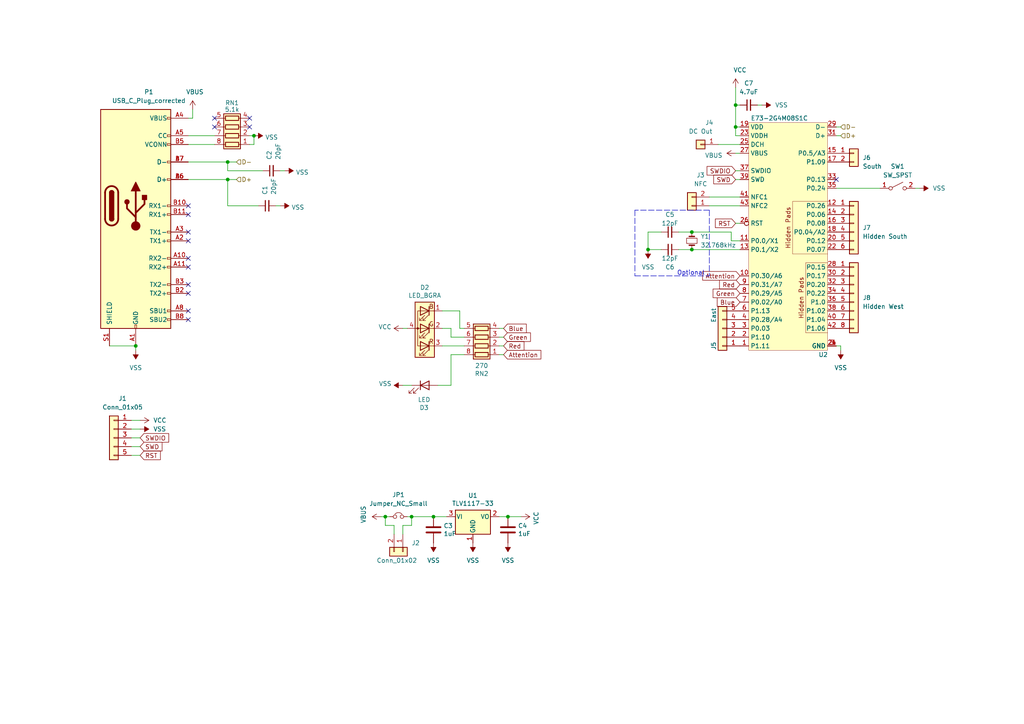
<source format=kicad_sch>
(kicad_sch (version 20210126) (generator eeschema)
  (paper "A4")
  (lib_symbols
    (symbol "BadgePirates:USB_C_Plug_corrected" (pin_names (offset 1.016))
      (property "Reference" "P" (at -10.16 29.21 0))
      (property "Value" "USB_C_Plug_corrected" (at 10.16 29.21 0))
      (symbol "USB_C_Plug_corrected_0_0"
        (rectangle (start -0.254 -35.56) (end 0.254 -34.544))
        (rectangle (start 10.16 -32.766) (end 9.144 -33.274))
        (rectangle (start 10.16 -30.226) (end 9.144 -30.734))
        (rectangle (start 10.16 -25.146) (end 9.144 -25.654))
        (rectangle (start 10.16 -22.606) (end 9.144 -23.114))
        (rectangle (start 10.16 -17.526) (end 9.144 -18.034))
        (rectangle (start 10.16 -14.986) (end 9.144 -15.494))
        (rectangle (start 10.16 -9.906) (end 9.144 -10.414))
        (rectangle (start 10.16 -7.366) (end 9.144 -7.874))
        (rectangle (start 10.16 -2.286) (end 9.144 -2.794))
        (rectangle (start 10.16 0.254) (end 9.144 -0.254))
        (rectangle (start 10.16 7.874) (end 9.144 7.366))
        (rectangle (start 10.16 12.954) (end 9.144 12.446))
        (rectangle (start 10.16 18.034) (end 9.144 17.526))
        (rectangle (start 10.16 20.574) (end 9.144 20.066))
        (rectangle (start 10.16 25.654) (end 9.144 25.146))
      )
      (symbol "USB_C_Plug_corrected_0_1"
        (arc (start -7.62 -3.81) (end -6.35 -3.81) (radius (at -6.985 -3.81) (length 0.635) (angles -179.9 -0.1)) (stroke (width 0.254)) (fill (type outline)))
        (arc (start -8.89 -3.81) (end -5.08 -3.81) (radius (at -6.985 -3.81) (length 1.905) (angles -179.9 -0.1)) (stroke (width 0.508)))
        (arc (start -7.62 -3.81) (end -6.35 -3.81) (radius (at -6.985 -3.81) (length 0.635) (angles -179.9 -0.1)) (stroke (width 0.254)))
        (arc (start -5.08 3.81) (end -8.89 3.81) (radius (at -6.985 3.81) (length 1.905) (angles 0.1 179.9)) (stroke (width 0.508)))
        (arc (start -6.35 3.81) (end -7.62 3.81) (radius (at -6.985 3.81) (length 0.635) (angles 0.1 179.9)) (stroke (width 0.254)) (fill (type outline)))
        (arc (start -6.35 3.81) (end -7.62 3.81) (radius (at -6.985 3.81) (length 0.635) (angles 0.1 179.9)) (stroke (width 0.254)))
        (rectangle (start -10.16 27.94) (end 10.16 -35.56) (stroke (width 0.254)) (fill (type background)))
        (rectangle (start -7.62 -3.81) (end -6.35 3.81) (stroke (width 0.254)) (fill (type outline)))
        (polyline (pts (xy -8.89 -3.81) (xy -8.89 3.81)) (stroke (width 0.508)))
        (polyline (pts (xy -5.08 3.81) (xy -5.08 -3.81)) (stroke (width 0.508)))
      )
      (symbol "USB_C_Plug_corrected_1_1"
        (circle (center -2.54 1.143) (radius 0.635) (stroke (width 0.254)) (fill (type outline)))
        (circle (center 0 -5.842) (radius 1.27) (fill (type outline)))
        (rectangle (start 1.905 1.778) (end 3.175 3.048) (stroke (width 0.254)) (fill (type outline)))
        (polyline (pts (xy 0 -5.842) (xy 0 4.318)) (stroke (width 0.508)))
        (polyline (pts (xy 0 -3.302) (xy -2.54 -0.762) (xy -2.54 0.508)) (stroke (width 0.508)))
        (polyline (pts (xy 0 -2.032) (xy 2.54 0.508) (xy 2.54 1.778)) (stroke (width 0.508)))
        (polyline (pts (xy -1.27 4.318) (xy 0 6.858) (xy 1.27 4.318) (xy -1.27 4.318)) (stroke (width 0.254)) (fill (type outline)))
        (pin passive line (at 0 -40.64 90) (length 5.08) (name "GND") (number "A1"))
        (pin bidirectional line (at 15.24 -15.24 180) (length 5.08) (name "RX2-") (number "A10"))
        (pin bidirectional line (at 15.24 -17.78 180) (length 5.08) (name "RX2+") (number "A11"))
        (pin passive line (at 0 -40.64 90) (length 5.08) hide (name "GND") (number "A12"))
        (pin bidirectional line (at 15.24 -10.16 180) (length 5.08) (name "TX1+") (number "A2"))
        (pin bidirectional line (at 15.24 -7.62 180) (length 5.08) (name "TX1-") (number "A3"))
        (pin passive line (at 15.24 25.4 180) (length 5.08) (name "VBUS") (number "A4"))
        (pin bidirectional line (at 15.24 20.32 180) (length 5.08) (name "CC") (number "A5"))
        (pin bidirectional line (at 15.24 7.62 180) (length 5.08) (name "D+") (number "A6"))
        (pin bidirectional line (at 15.24 12.7 180) (length 5.08) (name "D-") (number "A7"))
        (pin bidirectional line (at 15.24 -30.48 180) (length 5.08) (name "SBU1") (number "A8"))
        (pin passive line (at 15.24 25.4 180) (length 5.08) hide (name "VBUS") (number "A9"))
        (pin passive line (at 0 -40.64 90) (length 5.08) hide (name "GND") (number "B1"))
        (pin bidirectional line (at 15.24 0 180) (length 5.08) (name "RX1-") (number "B10"))
        (pin bidirectional line (at 15.24 -2.54 180) (length 5.08) (name "RX1+") (number "B11"))
        (pin passive line (at 0 -40.64 90) (length 5.08) hide (name "GND") (number "B12"))
        (pin bidirectional line (at 15.24 -25.4 180) (length 5.08) (name "TX2+") (number "B2"))
        (pin bidirectional line (at 15.24 -22.86 180) (length 5.08) (name "TX2-") (number "B3"))
        (pin passive line (at 15.24 25.4 180) (length 5.08) hide (name "VBUS") (number "B4"))
        (pin bidirectional line (at 15.24 17.78 180) (length 5.08) (name "VCONN") (number "B5"))
        (pin bidirectional line (at 15.24 -33.02 180) (length 5.08) (name "SBU2") (number "B8"))
        (pin passive line (at 15.24 25.4 180) (length 5.08) hide (name "VBUS") (number "B9"))
        (pin passive line (at -7.62 -40.64 90) (length 5.08) (name "SHIELD") (number "S1"))
        (pin bidirectional line (at 15.24 7.62 180) (length 5.08) (name "D+") (number "B6"))
        (pin bidirectional line (at 15.24 12.7 180) (length 5.08) (name "D-") (number "B7"))
      )
    )
    (symbol "Connector_Generic:Conn_01x01" (pin_names (offset 1.016) hide)
      (property "Reference" "J" (at 0 2.54 0))
      (property "Value" "Conn_01x01" (at 0 -2.54 0))
      (symbol "Conn_01x01_1_1"
        (rectangle (start -1.27 0.127) (end 0 -0.127) (stroke (width 0.1524)))
        (rectangle (start -1.27 1.27) (end 1.27 -1.27) (stroke (width 0.254)) (fill (type background)))
        (pin passive line (at -5.08 0 0) (length 3.81) (name "Pin_1") (number "1"))
      )
    )
    (symbol "Connector_Generic:Conn_01x02" (pin_names (offset 1.016) hide)
      (property "Reference" "J" (at 0 2.54 0))
      (property "Value" "Conn_01x02" (at 0 -5.08 0))
      (symbol "Conn_01x02_1_1"
        (rectangle (start -1.27 -2.413) (end 0 -2.667) (stroke (width 0.1524)))
        (rectangle (start -1.27 0.127) (end 0 -0.127) (stroke (width 0.1524)))
        (rectangle (start -1.27 1.27) (end 1.27 -3.81) (stroke (width 0.254)) (fill (type background)))
        (pin passive line (at -5.08 0 0) (length 3.81) (name "Pin_1") (number "1"))
        (pin passive line (at -5.08 -2.54 0) (length 3.81) (name "Pin_2") (number "2"))
      )
    )
    (symbol "Connector_Generic:Conn_01x05" (pin_names (offset 1.016) hide)
      (property "Reference" "J" (at 0 7.62 0))
      (property "Value" "Conn_01x05" (at 0 -7.62 0))
      (symbol "Conn_01x05_1_1"
        (rectangle (start -1.27 -4.953) (end 0 -5.207) (stroke (width 0.1524)))
        (rectangle (start -1.27 -2.413) (end 0 -2.667) (stroke (width 0.1524)))
        (rectangle (start -1.27 2.667) (end 0 2.413) (stroke (width 0.1524)))
        (rectangle (start -1.27 5.207) (end 0 4.953) (stroke (width 0.1524)))
        (rectangle (start -1.27 6.35) (end 1.27 -6.35) (stroke (width 0.254)) (fill (type background)))
        (rectangle (start -1.27 0.127) (end 0 -0.127) (stroke (width 0.1524)))
        (pin passive line (at -5.08 5.08 0) (length 3.81) (name "Pin_1") (number "1"))
        (pin passive line (at -5.08 2.54 0) (length 3.81) (name "Pin_2") (number "2"))
        (pin passive line (at -5.08 0 0) (length 3.81) (name "Pin_3") (number "3"))
        (pin passive line (at -5.08 -2.54 0) (length 3.81) (name "Pin_4") (number "4"))
        (pin passive line (at -5.08 -5.08 0) (length 3.81) (name "Pin_5") (number "5"))
      )
    )
    (symbol "Connector_Generic:Conn_01x06" (pin_names (offset 1.016) hide)
      (property "Reference" "J" (at 0 7.62 0))
      (property "Value" "Conn_01x06" (at 0 -10.16 0))
      (symbol "Conn_01x06_1_1"
        (rectangle (start -1.27 -4.953) (end 0 -5.207) (stroke (width 0.1524)))
        (rectangle (start -1.27 -7.493) (end 0 -7.747) (stroke (width 0.1524)))
        (rectangle (start -1.27 -2.413) (end 0 -2.667) (stroke (width 0.1524)))
        (rectangle (start -1.27 2.667) (end 0 2.413) (stroke (width 0.1524)))
        (rectangle (start -1.27 5.207) (end 0 4.953) (stroke (width 0.1524)))
        (rectangle (start -1.27 6.35) (end 1.27 -8.89) (stroke (width 0.254)) (fill (type background)))
        (rectangle (start -1.27 0.127) (end 0 -0.127) (stroke (width 0.1524)))
        (pin passive line (at -5.08 5.08 0) (length 3.81) (name "Pin_1") (number "1"))
        (pin passive line (at -5.08 2.54 0) (length 3.81) (name "Pin_2") (number "2"))
        (pin passive line (at -5.08 0 0) (length 3.81) (name "Pin_3") (number "3"))
        (pin passive line (at -5.08 -2.54 0) (length 3.81) (name "Pin_4") (number "4"))
        (pin passive line (at -5.08 -5.08 0) (length 3.81) (name "Pin_5") (number "5"))
        (pin passive line (at -5.08 -7.62 0) (length 3.81) (name "Pin_6") (number "6"))
      )
    )
    (symbol "Connector_Generic:Conn_01x08" (pin_names (offset 1.016) hide)
      (property "Reference" "J" (at 0 10.16 0))
      (property "Value" "Conn_01x08" (at 0 -12.7 0))
      (symbol "Conn_01x08_1_1"
        (rectangle (start -1.27 -4.953) (end 0 -5.207) (stroke (width 0.1524)))
        (rectangle (start -1.27 -7.493) (end 0 -7.747) (stroke (width 0.1524)))
        (rectangle (start -1.27 -10.033) (end 0 -10.287) (stroke (width 0.1524)))
        (rectangle (start -1.27 -2.413) (end 0 -2.667) (stroke (width 0.1524)))
        (rectangle (start -1.27 2.667) (end 0 2.413) (stroke (width 0.1524)))
        (rectangle (start -1.27 5.207) (end 0 4.953) (stroke (width 0.1524)))
        (rectangle (start -1.27 7.747) (end 0 7.493) (stroke (width 0.1524)))
        (rectangle (start -1.27 8.89) (end 1.27 -11.43) (stroke (width 0.254)) (fill (type background)))
        (rectangle (start -1.27 0.127) (end 0 -0.127) (stroke (width 0.1524)))
        (pin passive line (at -5.08 7.62 0) (length 3.81) (name "Pin_1") (number "1"))
        (pin passive line (at -5.08 5.08 0) (length 3.81) (name "Pin_2") (number "2"))
        (pin passive line (at -5.08 2.54 0) (length 3.81) (name "Pin_3") (number "3"))
        (pin passive line (at -5.08 0 0) (length 3.81) (name "Pin_4") (number "4"))
        (pin passive line (at -5.08 -2.54 0) (length 3.81) (name "Pin_5") (number "5"))
        (pin passive line (at -5.08 -5.08 0) (length 3.81) (name "Pin_6") (number "6"))
        (pin passive line (at -5.08 -7.62 0) (length 3.81) (name "Pin_7") (number "7"))
        (pin passive line (at -5.08 -10.16 0) (length 3.81) (name "Pin_8") (number "8"))
      )
    )
    (symbol "Device:C" (pin_numbers hide) (pin_names (offset 0.254))
      (property "Reference" "C" (at 0.635 2.54 0))
      (property "Value" "C" (at 0.635 -2.54 0))
      (symbol "C_0_1"
        (polyline (pts (xy -2.032 -0.762) (xy 2.032 -0.762)) (stroke (width 0.508)))
        (polyline (pts (xy -2.032 0.762) (xy 2.032 0.762)) (stroke (width 0.508)))
      )
      (symbol "C_1_1"
        (pin passive line (at 0 3.81 270) (length 2.794) (name "~") (number "1"))
        (pin passive line (at 0 -3.81 90) (length 2.794) (name "~") (number "2"))
      )
    )
    (symbol "Device:C_Small" (pin_numbers hide) (pin_names (offset 0.254) hide)
      (property "Reference" "C" (at 0.254 1.778 0))
      (property "Value" "C_Small" (at 0.254 -2.032 0))
      (symbol "C_Small_0_1"
        (polyline (pts (xy -1.524 -0.508) (xy 1.524 -0.508)) (stroke (width 0.3302)))
        (polyline (pts (xy -1.524 0.508) (xy 1.524 0.508)) (stroke (width 0.3048)))
      )
      (symbol "C_Small_1_1"
        (pin passive line (at 0 2.54 270) (length 2.032) (name "~") (number "1"))
        (pin passive line (at 0 -2.54 90) (length 2.032) (name "~") (number "2"))
      )
    )
    (symbol "Device:Crystal_Small" (pin_numbers hide) (pin_names (offset 1.016) hide)
      (property "Reference" "Y" (at 0 2.54 0))
      (property "Value" "Crystal_Small" (at 0 -2.54 0))
      (symbol "Crystal_Small_0_1"
        (rectangle (start -0.762 -1.524) (end 0.762 1.524))
        (polyline (pts (xy -1.27 -0.762) (xy -1.27 0.762)) (stroke (width 0.381)))
        (polyline (pts (xy 1.27 -0.762) (xy 1.27 0.762)) (stroke (width 0.381)))
      )
      (symbol "Crystal_Small_1_1"
        (pin passive line (at -2.54 0 0) (length 1.27) (name "1") (number "1"))
        (pin passive line (at 2.54 0 180) (length 1.27) (name "2") (number "2"))
      )
    )
    (symbol "Device:Jumper_NC_Small" (pin_numbers hide) (pin_names (offset 0.762) hide)
      (property "Reference" "JP" (at 0 2.032 0))
      (property "Value" "Jumper_NC_Small" (at 0.254 -1.524 0))
      (symbol "Jumper_NC_Small_0_1"
        (arc (start 1.016 0.762) (end -1.016 0.762) (radius (at 0 -0.254) (length 1.4478) (angles 45 135)))
        (circle (center -1.016 0) (radius 0.508))
        (circle (center 1.016 0) (radius 0.508))
        (pin passive line (at -2.54 0 0) (length 1.016) (name "1") (number "1"))
        (pin passive line (at 2.54 0 180) (length 1.016) (name "2") (number "2"))
      )
    )
    (symbol "Device:LED" (pin_numbers hide) (pin_names (offset 1.016) hide)
      (property "Reference" "D" (at 0 2.54 0))
      (property "Value" "LED" (at 0 -2.54 0))
      (symbol "LED_0_1"
        (polyline (pts (xy -1.27 -1.27) (xy -1.27 1.27)) (stroke (width 0.254)))
        (polyline (pts (xy -1.27 0) (xy 1.27 0)))
        (polyline (pts (xy 1.27 -1.27) (xy 1.27 1.27) (xy -1.27 0) (xy 1.27 -1.27)) (stroke (width 0.254)))
        (polyline (pts (xy -3.048 -0.762) (xy -4.572 -2.286) (xy -3.81 -2.286) (xy -4.572 -2.286) (xy -4.572 -1.524)))
        (polyline (pts (xy -1.778 -0.762) (xy -3.302 -2.286) (xy -2.54 -2.286) (xy -3.302 -2.286) (xy -3.302 -1.524)))
      )
      (symbol "LED_1_1"
        (pin passive line (at -3.81 0 0) (length 2.54) (name "K") (number "1"))
        (pin passive line (at 3.81 0 180) (length 2.54) (name "A") (number "2"))
      )
    )
    (symbol "Device:LED_BGRA" (pin_names (offset 0) hide)
      (property "Reference" "D" (at 0 9.398 0))
      (property "Value" "LED_BGRA" (at 0 -8.89 0))
      (symbol "LED_BGRA_0_0"
        (text "B" (at -1.905 -6.35 0) (effects (font (size 1.27 1.27))))
        (text "G" (at -1.905 -1.27 0) (effects (font (size 1.27 1.27))))
        (text "R" (at -1.905 3.81 0) (effects (font (size 1.27 1.27))))
      )
      (symbol "LED_BGRA_0_1"
        (circle (center 2.032 0) (radius 0.254) (fill (type outline)))
        (rectangle (start 1.27 -1.27) (end 1.27 1.27))
        (rectangle (start 1.27 1.27) (end 1.27 1.27))
        (rectangle (start 1.27 3.81) (end 1.27 6.35))
        (rectangle (start 1.27 6.35) (end 1.27 6.35))
        (rectangle (start 2.794 8.382) (end -2.794 -7.62) (stroke (width 0.254)) (fill (type background)))
        (polyline (pts (xy -1.27 -5.08) (xy -2.54 -5.08)))
        (polyline (pts (xy -1.27 -5.08) (xy 1.27 -5.08)))
        (polyline (pts (xy -1.27 -3.81) (xy -1.27 -6.35)) (stroke (width 0.254)))
        (polyline (pts (xy -1.27 0) (xy -2.54 0)))
        (polyline (pts (xy -1.27 1.27) (xy -1.27 -1.27)) (stroke (width 0.254)))
        (polyline (pts (xy -1.27 5.08) (xy -2.54 5.08)))
        (polyline (pts (xy -1.27 5.08) (xy 1.27 5.08)))
        (polyline (pts (xy -1.27 6.35) (xy -1.27 3.81)) (stroke (width 0.254)))
        (polyline (pts (xy 1.27 0) (xy -1.27 0)))
        (polyline (pts (xy 1.27 0) (xy 2.54 0)))
        (polyline (pts (xy -1.27 1.27) (xy -1.27 -1.27) (xy -1.27 -1.27)))
        (polyline (pts (xy -1.27 6.35) (xy -1.27 3.81) (xy -1.27 3.81)))
        (polyline (pts (xy 1.27 -5.08) (xy 2.032 -5.08) (xy 2.032 5.08) (xy 1.27 5.08)))
        (polyline (pts (xy 1.27 -3.81) (xy 1.27 -6.35) (xy -1.27 -5.08) (xy 1.27 -3.81)) (stroke (width 0.254)))
        (polyline (pts (xy 1.27 1.27) (xy 1.27 -1.27) (xy -1.27 0) (xy 1.27 1.27)) (stroke (width 0.254)))
        (polyline (pts (xy 1.27 6.35) (xy 1.27 3.81) (xy -1.27 5.08) (xy 1.27 6.35)) (stroke (width 0.254)))
        (polyline (pts (xy -1.016 -3.81) (xy 0.508 -2.286) (xy -0.254 -2.286) (xy 0.508 -2.286) (xy 0.508 -3.048)))
        (polyline (pts (xy -1.016 1.27) (xy 0.508 2.794) (xy -0.254 2.794) (xy 0.508 2.794) (xy 0.508 2.032)))
        (polyline (pts (xy -1.016 6.35) (xy 0.508 7.874) (xy -0.254 7.874) (xy 0.508 7.874) (xy 0.508 7.112)))
        (polyline (pts (xy 0 -3.81) (xy 1.524 -2.286) (xy 0.762 -2.286) (xy 1.524 -2.286) (xy 1.524 -3.048)))
        (polyline (pts (xy 0 1.27) (xy 1.524 2.794) (xy 0.762 2.794) (xy 1.524 2.794) (xy 1.524 2.032)))
        (polyline (pts (xy 0 6.35) (xy 1.524 7.874) (xy 0.762 7.874) (xy 1.524 7.874) (xy 1.524 7.112)))
      )
      (symbol "LED_BGRA_1_1"
        (pin passive line (at -5.08 -5.08 0) (length 2.54) (name "BK") (number "1"))
        (pin passive line (at -5.08 0 0) (length 2.54) (name "GK") (number "2"))
        (pin passive line (at -5.08 5.08 0) (length 2.54) (name "RK") (number "3"))
        (pin passive line (at 5.08 0 180) (length 2.54) (name "A") (number "4"))
      )
    )
    (symbol "Device:R_Pack04" (pin_names (offset 0) hide)
      (property "Reference" "RN" (at -7.62 0 90))
      (property "Value" "R_Pack04" (at 5.08 0 90))
      (symbol "R_Pack04_0_1"
        (rectangle (start -6.35 -2.413) (end 3.81 2.413) (stroke (width 0.254)) (fill (type background)))
        (rectangle (start -5.715 1.905) (end -4.445 -1.905) (stroke (width 0.254)))
        (rectangle (start -3.175 1.905) (end -1.905 -1.905) (stroke (width 0.254)))
        (rectangle (start -0.635 1.905) (end 0.635 -1.905) (stroke (width 0.254)))
        (rectangle (start 1.905 1.905) (end 3.175 -1.905) (stroke (width 0.254)))
        (polyline (pts (xy -5.08 -2.54) (xy -5.08 -1.905)))
        (polyline (pts (xy -5.08 1.905) (xy -5.08 2.54)))
        (polyline (pts (xy -2.54 -2.54) (xy -2.54 -1.905)))
        (polyline (pts (xy -2.54 1.905) (xy -2.54 2.54)))
        (polyline (pts (xy 0 -2.54) (xy 0 -1.905)))
        (polyline (pts (xy 0 1.905) (xy 0 2.54)))
        (polyline (pts (xy 2.54 -2.54) (xy 2.54 -1.905)))
        (polyline (pts (xy 2.54 1.905) (xy 2.54 2.54)))
      )
      (symbol "R_Pack04_1_1"
        (pin passive line (at -5.08 -5.08 90) (length 2.54) (name "R1.1") (number "1"))
        (pin passive line (at -2.54 -5.08 90) (length 2.54) (name "R2.1") (number "2"))
        (pin passive line (at 0 -5.08 90) (length 2.54) (name "R3.1") (number "3"))
        (pin passive line (at 2.54 -5.08 90) (length 2.54) (name "R4.1") (number "4"))
        (pin passive line (at 2.54 5.08 270) (length 2.54) (name "R4.2") (number "5"))
        (pin passive line (at 0 5.08 270) (length 2.54) (name "R3.2") (number "6"))
        (pin passive line (at -2.54 5.08 270) (length 2.54) (name "R2.2") (number "7"))
        (pin passive line (at -5.08 5.08 270) (length 2.54) (name "R1.2") (number "8"))
      )
    )
    (symbol "E73:E73-2G4M08S1C"
      (property "Reference" "U" (at -19.05 -66.04 0))
      (property "Value" "E73-2G4M08S1C" (at 0 13.97 0))
      (symbol "E73-2G4M08S1C_0_0"
        (text "Hidden Pads" (at 5.08 -38.1 900) (effects (font (size 1.27 1.27))))
        (text "Hidden Pads" (at 1.27 -17.78 900) (effects (font (size 1.27 1.27))))
        (rectangle (start -10.16 12.7) (end 12.7 -53.34) (stroke (width 0.001)) (fill (type background)))
      )
      (symbol "E73-2G4M08S1C_0_1"
        (polyline (pts (xy 12.7 -10.16) (xy 2.54 -10.16) (xy 2.54 -25.4) (xy 12.7 -25.4)) (stroke (width 0.0006)))
        (polyline (pts (xy 12.7 -27.94) (xy 6.35 -27.94) (xy 6.35 -48.26) (xy 12.7 -48.26)) (stroke (width 0.0006)))
      )
      (symbol "E73-2G4M08S1C_1_1"
        (pin input line (at -12.7 11.43 0) (length 2.54) (name "VDD") (number "19"))
        (pin input line (at -12.7 8.89 0) (length 2.54) (name "VDDH") (number "23"))
        (pin output line (at -12.7 6.35 0) (length 2.54) (name "DCH") (number "25"))
        (pin input line (at -12.7 3.81 0) (length 2.54) (name "VBUS") (number "27"))
        (pin input line (at 15.24 11.43 180) (length 2.54) (name "D-") (number "29"))
        (pin input line (at 15.24 8.89 180) (length 2.54) (name "D+") (number "31"))
        (pin input line (at -12.7 -1.27 0) (length 2.54) (name "SWDIO") (number "37"))
        (pin input line (at -12.7 -3.81 0) (length 2.54) (name "SWD") (number "39"))
        (pin input line (at -12.7 -8.89 0) (length 2.54) (name "NFC1") (number "41"))
        (pin input line (at -12.7 -11.43 0) (length 2.54) (name "NFC2") (number "43"))
        (pin input line (at -12.7 -52.07 0) (length 2.54) (name "P1.11") (number "1"))
        (pin input line (at -12.7 -49.53 0) (length 2.54) (name "P1.10") (number "2"))
        (pin input line (at -12.7 -46.99 0) (length 2.54) (name "P0.03") (number "3"))
        (pin input line (at -12.7 -44.45 0) (length 2.54) (name "P0.28/A4") (number "4"))
        (pin input line (at -12.7 -41.91 0) (length 2.54) (name "P1.13") (number "6"))
        (pin input line (at -12.7 -39.37 0) (length 2.54) (name "P0.02/A0") (number "7"))
        (pin input line (at -12.7 -36.83 0) (length 2.54) (name "P0.29/A5") (number "8"))
        (pin input line (at -12.7 -34.29 0) (length 2.54) (name "P0.31/A7") (number "9"))
        (pin input line (at -12.7 -31.75 0) (length 2.54) (name "P0.30/A6") (number "10"))
        (pin input line (at -12.7 -21.59 0) (length 2.54) (name "P0.0/X1") (number "11"))
        (pin input line (at 15.24 -11.43 180) (length 2.54) (name "P0.26") (number "12"))
        (pin input line (at -12.7 -24.13 0) (length 2.54) (name "P0.1/X2") (number "13"))
        (pin input line (at 15.24 -13.97 180) (length 2.54) (name "P0.06") (number "14"))
        (pin input line (at 15.24 3.81 180) (length 2.54) (name "P0.5/A3") (number "15"))
        (pin input line (at 15.24 -16.51 180) (length 2.54) (name "P0.08") (number "16"))
        (pin input line (at 15.24 1.27 180) (length 2.54) (name "P1.09") (number "17"))
        (pin input line (at 15.24 -19.05 180) (length 2.54) (name "P0.04/A2") (number "18"))
        (pin input line (at 15.24 -21.59 180) (length 2.54) (name "P0.12") (number "20"))
        (pin input line (at 15.24 -24.13 180) (length 2.54) (name "P0.07") (number "22"))
        (pin input line (at 15.24 -29.21 180) (length 2.54) (name "P0.15") (number "28"))
        (pin input inverted (at -12.7 -16.51 0) (length 2.54) (name "RST") (number "26"))
        (pin input line (at 15.24 -31.75 180) (length 2.54) (name "P0.17") (number "30"))
        (pin input line (at 15.24 -34.29 180) (length 2.54) (name "P0.20") (number "32"))
        (pin input line (at 15.24 -3.81 180) (length 2.54) (name "P0.13") (number "33"))
        (pin input line (at 15.24 -36.83 180) (length 2.54) (name "P0.22") (number "34"))
        (pin input line (at 15.24 -6.35 180) (length 2.54) (name "P0.24") (number "35"))
        (pin input line (at 15.24 -39.37 180) (length 2.54) (name "P1.0") (number "36"))
        (pin input line (at 15.24 -41.91 180) (length 2.54) (name "P1.02") (number "38"))
        (pin input line (at 15.24 -44.45 180) (length 2.54) (name "P1.04") (number "40"))
        (pin input line (at 15.24 -46.99 180) (length 2.54) (name "P1.06") (number "42"))
        (pin input line (at 15.24 -52.07 180) (length 2.54) (name "GND") (number "5"))
        (pin input line (at 15.24 -52.07 180) (length 2.54) (name "GND") (number "21"))
        (pin input line (at 15.24 -52.07 180) (length 2.54) (name "GND") (number "24"))
      )
    )
    (symbol "Regulator_Linear:TLV1117-33" (pin_names (offset 0.254))
      (property "Reference" "U" (at -3.81 3.175 0))
      (property "Value" "TLV1117-33" (at 0 3.175 0))
      (symbol "TLV1117-33_0_1"
        (rectangle (start -5.08 -5.08) (end 5.08 1.905) (stroke (width 0.254)) (fill (type background)))
      )
      (symbol "TLV1117-33_1_1"
        (pin power_in line (at 0 -7.62 90) (length 2.54) (name "GND") (number "1"))
        (pin power_out line (at 7.62 0 180) (length 2.54) (name "VO") (number "2"))
        (pin power_in line (at -7.62 0 0) (length 2.54) (name "VI") (number "3"))
      )
    )
    (symbol "Switch:SW_SPST" (pin_names (offset 0) hide)
      (property "Reference" "SW" (at 0 3.175 0))
      (property "Value" "SW_SPST" (at 0 -2.54 0))
      (symbol "SW_SPST_0_0"
        (circle (center -2.032 0) (radius 0.508))
        (circle (center 2.032 0) (radius 0.508))
        (polyline (pts (xy -1.524 0.254) (xy 1.524 1.778)))
      )
      (symbol "SW_SPST_1_1"
        (pin passive line (at -5.08 0 0) (length 2.54) (name "A") (number "1"))
        (pin passive line (at 5.08 0 180) (length 2.54) (name "B") (number "2"))
      )
    )
    (symbol "power:VBUS" (power) (pin_names (offset 0))
      (property "Value" "VBUS" (at 0 3.81 0))
      (symbol "VBUS_0_1"
        (polyline (pts (xy -0.762 1.27) (xy 0 2.54)))
        (polyline (pts (xy 0 0) (xy 0 2.54)))
        (polyline (pts (xy 0 2.54) (xy 0.762 1.27)))
      )
      (symbol "VBUS_1_1"
        (pin power_in line (at 0 0 90) (length 0) hide (name "VBUS") (number "1"))
      )
    )
    (symbol "power:VCC" (power) (pin_names (offset 0))
      (property "Value" "VCC" (at 0 3.81 0))
      (symbol "VCC_0_1"
        (polyline (pts (xy -0.762 1.27) (xy 0 2.54)))
        (polyline (pts (xy 0 0) (xy 0 2.54)))
        (polyline (pts (xy 0 2.54) (xy 0.762 1.27)))
      )
      (symbol "VCC_1_1"
        (pin power_in line (at 0 0 90) (length 0) hide (name "VCC") (number "1"))
      )
    )
    (symbol "power:VSS" (power) (pin_names (offset 0))
      (property "Value" "VSS" (at 0 3.81 0))
      (symbol "VSS_0_1"
        (polyline (pts (xy 0 0) (xy 0 2.54)))
        (polyline (pts (xy 0.762 1.27) (xy -0.762 1.27) (xy 0 2.54) (xy 0.762 1.27)) (fill (type outline)))
      )
      (symbol "VSS_1_1"
        (pin power_in line (at 0 0 90) (length 0) hide (name "VSS") (number "1"))
      )
    )
  )
  (junction (at 39.37 100.33) (diameter 0.9144))
  (junction (at 66.04 46.99) (diameter 0.9144))
  (junction (at 66.04 52.07) (diameter 0.9144))
  (junction (at 73.66 39.37) (diameter 0.9144))
  (junction (at 111.76 149.86) (diameter 0.9144))
  (junction (at 119.38 149.86) (diameter 0.9144))
  (junction (at 125.73 149.86) (diameter 0.9144))
  (junction (at 147.32 149.86) (diameter 0.9144))
  (junction (at 187.96 72.39) (diameter 0.9144))
  (junction (at 200.66 67.31) (diameter 0.9144))
  (junction (at 200.66 72.39) (diameter 0.9144))
  (junction (at 213.36 30.48) (diameter 0.9144))
  (junction (at 213.36 36.83) (diameter 0.9144))
  (no_connect (at 54.61 59.69))
  (no_connect (at 54.61 62.23))
  (no_connect (at 54.61 67.31))
  (no_connect (at 54.61 69.85))
  (no_connect (at 54.61 74.93))
  (no_connect (at 54.61 77.47))
  (no_connect (at 54.61 82.55))
  (no_connect (at 54.61 85.09))
  (no_connect (at 54.61 90.17))
  (no_connect (at 54.61 92.71))
  (no_connect (at 62.23 34.29))
  (no_connect (at 62.23 36.83))
  (no_connect (at 72.39 34.29))
  (no_connect (at 72.39 36.83))
  (no_connect (at 242.57 52.07))
  (wire (pts (xy 31.75 100.33) (xy 39.37 100.33)))
  (wire (pts (xy 38.1 121.92) (xy 40.64 121.92)))
  (wire (pts (xy 38.1 124.46) (xy 40.64 124.46)))
  (wire (pts (xy 38.1 127) (xy 40.64 127)))
  (wire (pts (xy 38.1 129.54) (xy 40.64 129.54)))
  (wire (pts (xy 38.1 132.08) (xy 40.64 132.08)))
  (wire (pts (xy 39.37 100.33) (xy 39.37 101.6)))
  (wire (pts (xy 54.61 39.37) (xy 62.23 39.37)))
  (wire (pts (xy 54.61 41.91) (xy 62.23 41.91)))
  (wire (pts (xy 54.61 46.99) (xy 66.04 46.99)))
  (wire (pts (xy 54.61 52.07) (xy 66.04 52.07)))
  (wire (pts (xy 55.88 31.75) (xy 55.88 34.29)))
  (wire (pts (xy 55.88 34.29) (xy 54.61 34.29)))
  (wire (pts (xy 66.04 46.99) (xy 68.58 46.99)))
  (wire (pts (xy 66.04 49.53) (xy 66.04 46.99)))
  (wire (pts (xy 66.04 52.07) (xy 68.58 52.07)))
  (wire (pts (xy 66.04 59.69) (xy 66.04 52.07)))
  (wire (pts (xy 72.39 39.37) (xy 73.66 39.37)))
  (wire (pts (xy 72.39 41.91) (xy 73.66 41.91)))
  (wire (pts (xy 73.66 39.37) (xy 73.66 41.91)))
  (wire (pts (xy 74.93 59.69) (xy 66.04 59.69)))
  (wire (pts (xy 76.2 49.53) (xy 66.04 49.53)))
  (wire (pts (xy 80.01 59.69) (xy 81.28 59.69)))
  (wire (pts (xy 81.28 49.53) (xy 82.55 49.53)))
  (wire (pts (xy 110.49 149.86) (xy 111.76 149.86)))
  (wire (pts (xy 111.76 149.86) (xy 113.03 149.86)))
  (wire (pts (xy 111.76 152.4) (xy 111.76 149.86)))
  (wire (pts (xy 114.3 152.4) (xy 111.76 152.4)))
  (wire (pts (xy 114.3 152.4) (xy 114.3 154.94)))
  (wire (pts (xy 116.84 111.76) (xy 119.38 111.76)))
  (wire (pts (xy 116.84 152.4) (xy 119.38 152.4)))
  (wire (pts (xy 116.84 154.94) (xy 116.84 152.4)))
  (wire (pts (xy 118.11 95.25) (xy 116.84 95.25)))
  (wire (pts (xy 118.11 149.86) (xy 119.38 149.86)))
  (wire (pts (xy 119.38 149.86) (xy 125.73 149.86)))
  (wire (pts (xy 119.38 152.4) (xy 119.38 149.86)))
  (wire (pts (xy 129.54 149.86) (xy 125.73 149.86)))
  (wire (pts (xy 130.81 95.25) (xy 128.27 95.25)))
  (wire (pts (xy 130.81 97.79) (xy 130.81 95.25)))
  (wire (pts (xy 130.81 102.87) (xy 130.81 111.76)))
  (wire (pts (xy 130.81 111.76) (xy 127 111.76)))
  (wire (pts (xy 133.35 90.17) (xy 128.27 90.17)))
  (wire (pts (xy 133.35 95.25) (xy 133.35 90.17)))
  (wire (pts (xy 134.62 95.25) (xy 133.35 95.25)))
  (wire (pts (xy 134.62 97.79) (xy 130.81 97.79)))
  (wire (pts (xy 134.62 100.33) (xy 128.27 100.33)))
  (wire (pts (xy 134.62 102.87) (xy 130.81 102.87)))
  (wire (pts (xy 144.78 95.25) (xy 146.05 95.25)))
  (wire (pts (xy 144.78 100.33) (xy 146.05 100.33)))
  (wire (pts (xy 144.78 149.86) (xy 147.32 149.86)))
  (wire (pts (xy 146.05 97.79) (xy 144.78 97.79)))
  (wire (pts (xy 146.05 102.87) (xy 144.78 102.87)))
  (wire (pts (xy 147.32 149.86) (xy 151.13 149.86)))
  (wire (pts (xy 187.96 67.31) (xy 187.96 72.39)))
  (wire (pts (xy 187.96 72.39) (xy 191.77 72.39)))
  (wire (pts (xy 191.77 67.31) (xy 187.96 67.31)))
  (wire (pts (xy 196.85 67.31) (xy 200.66 67.31)))
  (wire (pts (xy 196.85 72.39) (xy 200.66 72.39)))
  (wire (pts (xy 200.66 67.31) (xy 212.09 67.31)))
  (wire (pts (xy 200.66 72.39) (xy 214.63 72.39)))
  (wire (pts (xy 205.74 57.15) (xy 214.63 57.15)))
  (wire (pts (xy 205.74 59.69) (xy 214.63 59.69)))
  (wire (pts (xy 208.28 41.91) (xy 214.63 41.91)))
  (wire (pts (xy 212.09 67.31) (xy 212.09 69.85)))
  (wire (pts (xy 212.09 69.85) (xy 214.63 69.85)))
  (wire (pts (xy 213.36 25.4) (xy 213.36 30.48)))
  (wire (pts (xy 213.36 30.48) (xy 213.36 36.83)))
  (wire (pts (xy 213.36 30.48) (xy 214.63 30.48)))
  (wire (pts (xy 213.36 39.37) (xy 213.36 36.83)))
  (wire (pts (xy 213.36 44.45) (xy 214.63 44.45)))
  (wire (pts (xy 213.36 49.53) (xy 214.63 49.53)))
  (wire (pts (xy 213.36 52.07) (xy 214.63 52.07)))
  (wire (pts (xy 213.36 64.77) (xy 214.63 64.77)))
  (wire (pts (xy 214.63 36.83) (xy 213.36 36.83)))
  (wire (pts (xy 214.63 39.37) (xy 213.36 39.37)))
  (wire (pts (xy 219.71 30.48) (xy 220.98 30.48)))
  (wire (pts (xy 242.57 54.61) (xy 255.27 54.61)))
  (wire (pts (xy 243.84 36.83) (xy 242.57 36.83)))
  (wire (pts (xy 243.84 39.37) (xy 242.57 39.37)))
  (wire (pts (xy 243.84 100.33) (xy 242.57 100.33)))
  (wire (pts (xy 243.84 101.6) (xy 243.84 100.33)))
  (wire (pts (xy 265.43 54.61) (xy 266.7 54.61)))
  (polyline (pts (xy 184.15 60.96) (xy 184.15 80.01)) (stroke (width 0) (type dash)))
  (polyline (pts (xy 184.15 80.01) (xy 205.74 80.01)) (stroke (width 0) (type dash)))
  (polyline (pts (xy 205.74 60.96) (xy 184.15 60.96)) (stroke (width 0) (type dash)))
  (polyline (pts (xy 205.74 60.96) (xy 205.74 80.01)) (stroke (width 0) (type dash)))
  (text "Optional" (at 204.47 80.01 180) (effects (font (size 1.27 1.27)) (justify right bottom)))
  (global_label "SWDIO" (shape input) (at 40.64 127 0) (property "Intersheet References" "${INTERSHEET_REFS}" (effects hide)))
  (global_label "SWD" (shape input) (at 40.64 129.54 0) (property "Intersheet References" "${INTERSHEET_REFS}" (effects hide)))
  (global_label "RST" (shape input) (at 40.64 132.08 0) (property "Intersheet References" "${INTERSHEET_REFS}" (effects hide)))
  (global_label "Blue" (shape input) (at 146.05 95.25 0) (property "Intersheet References" "${INTERSHEET_REFS}" (effects hide)))
  (global_label "Green" (shape input) (at 146.05 97.79 0) (property "Intersheet References" "${INTERSHEET_REFS}" (effects hide)))
  (global_label "Red" (shape input) (at 146.05 100.33 0) (property "Intersheet References" "${INTERSHEET_REFS}" (effects hide)))
  (global_label "Attention" (shape input) (at 146.05 102.87 0) (property "Intersheet References" "${INTERSHEET_REFS}" (effects hide)))
  (global_label "SWDIO" (shape input) (at 213.36 49.53 180) (property "Intersheet References" "${INTERSHEET_REFS}" (effects hide)))
  (global_label "SWD" (shape input) (at 213.36 52.07 180) (property "Intersheet References" "${INTERSHEET_REFS}" (effects hide)))
  (global_label "RST" (shape input) (at 213.36 64.77 180) (property "Intersheet References" "${INTERSHEET_REFS}" (effects hide)))
  (global_label "Attention" (shape input) (at 214.63 80.01 180) (property "Intersheet References" "${INTERSHEET_REFS}" (effects hide)))
  (global_label "Red" (shape input) (at 214.63 82.55 180) (property "Intersheet References" "${INTERSHEET_REFS}" (effects hide)))
  (global_label "Green" (shape input) (at 214.63 85.09 180) (property "Intersheet References" "${INTERSHEET_REFS}" (effects hide)))
  (global_label "Blue" (shape input) (at 214.63 87.63 180) (property "Intersheet References" "${INTERSHEET_REFS}" (effects hide)))
  (hierarchical_label "D-" (shape input) (at 68.58 46.99 0))
  (hierarchical_label "D+" (shape input) (at 68.58 52.07 0))
  (hierarchical_label "D-" (shape input) (at 243.84 36.83 0))
  (hierarchical_label "D+" (shape input) (at 243.84 39.37 0))
  (symbol (lib_id "power:VSS") (at 39.37 101.6 180) (unit 1)
    (property "Reference" "#PWR01" (effects hide))
    (property "Value" "VSS" (at 39.37 106.68 0))
  )
  (symbol (lib_id "power:VCC") (at 40.64 121.92 270) (unit 1)
    (property "Reference" "#PWR02" (effects hide))
    (property "Value" "VCC" (at 44.45 121.92 90) (effects (justify left)))
  )
  (symbol (lib_id "power:VSS") (at 40.64 124.46 270) (unit 1)
    (property "Reference" "#PWR03" (effects hide))
    (property "Value" "VSS" (at 44.45 124.46 90) (effects (justify left)))
  )
  (symbol (lib_id "power:VBUS") (at 55.88 31.75 0) (unit 1)
    (property "Reference" "#PWR04" (effects hide))
    (property "Value" "VBUS" (at 56.515 26.67 0))
  )
  (symbol (lib_id "power:VSS") (at 73.66 39.37 270) (unit 1)
    (property "Reference" "#PWR05" (effects hide))
    (property "Value" "VSS" (at 76.9112 39.8272 90) (effects (justify left)))
  )
  (symbol (lib_id "power:VSS") (at 81.28 59.69 270) (unit 1)
    (property "Reference" "#PWR06" (effects hide))
    (property "Value" "VSS" (at 84.5312 60.1472 90) (effects (justify left)))
  )
  (symbol (lib_id "power:VSS") (at 82.55 49.53 270) (unit 1)
    (property "Reference" "#PWR07" (effects hide))
    (property "Value" "VSS" (at 85.8012 49.9872 90) (effects (justify left)))
  )
  (symbol (lib_id "power:VBUS") (at 110.49 149.86 90) (unit 1)
    (property "Reference" "#PWR08" (effects hide))
    (property "Value" "VBUS" (at 105.41 149.225 0))
  )
  (symbol (lib_id "power:VCC") (at 116.84 95.25 90) (unit 1)
    (property "Reference" "#PWR011" (effects hide))
    (property "Value" "VCC" (at 113.5888 94.8182 90) (effects (justify left)))
  )
  (symbol (lib_id "power:VSS") (at 116.84 111.76 90) (unit 1)
    (property "Reference" "#PWR012" (effects hide))
    (property "Value" "VSS" (at 113.5888 111.3028 90) (effects (justify left)))
  )
  (symbol (lib_id "power:VSS") (at 125.73 157.48 180) (unit 1)
    (property "Reference" "#PWR013" (effects hide))
    (property "Value" "VSS" (at 125.73 162.56 0))
  )
  (symbol (lib_id "power:VSS") (at 137.16 157.48 180) (unit 1)
    (property "Reference" "#PWR014" (effects hide))
    (property "Value" "VSS" (at 137.16 162.56 0))
  )
  (symbol (lib_id "power:VSS") (at 147.32 157.48 180) (unit 1)
    (property "Reference" "#PWR015" (effects hide))
    (property "Value" "VSS" (at 147.32 162.56 0))
  )
  (symbol (lib_id "power:VCC") (at 151.13 149.86 270) (unit 1)
    (property "Reference" "#PWR016" (effects hide))
    (property "Value" "VCC" (at 155.5242 150.2918 0))
  )
  (symbol (lib_id "power:VSS") (at 187.96 72.39 180) (unit 1)
    (property "Reference" "#PWR017" (effects hide))
    (property "Value" "VSS" (at 187.96 77.47 0))
  )
  (symbol (lib_id "power:VCC") (at 213.36 25.4 0) (unit 1)
    (property "Reference" "#PWR018" (effects hide))
    (property "Value" "VCC" (at 214.63 20.32 0))
  )
  (symbol (lib_id "power:VBUS") (at 213.36 44.45 90) (unit 1)
    (property "Reference" "#PWR019" (effects hide))
    (property "Value" "VBUS" (at 207.01 45.085 90))
  )
  (symbol (lib_id "power:VSS") (at 220.98 30.48 270) (unit 1)
    (property "Reference" "#PWR020" (effects hide))
    (property "Value" "VSS" (at 224.79 30.48 90) (effects (justify left)))
  )
  (symbol (lib_id "power:VSS") (at 243.84 101.6 180) (unit 1)
    (property "Reference" "#PWR021" (effects hide))
    (property "Value" "VSS" (at 243.84 106.68 0))
  )
  (symbol (lib_id "power:VSS") (at 266.7 54.61 270) (unit 1)
    (property "Reference" "#PWR022" (effects hide))
    (property "Value" "VSS" (at 270.51 54.61 90) (effects (justify left)))
  )
  (symbol (lib_id "Device:Jumper_NC_Small") (at 115.57 149.86 0) (unit 1)
    (property "Reference" "JP1" (at 115.57 143.51 0))
    (property "Value" "Jumper_NC_Small" (at 115.57 146.05 0))
    (property "Footprint" "Jumper:SolderJumper-2_P1.3mm_Bridged_RoundedPad1.0x1.5mm" (effects hide))
  )
  (symbol (lib_id "Device:Crystal_Small") (at 200.66 69.85 90) (unit 1)
    (property "Reference" "Y1" (at 203.2 68.58 90) (effects (justify right)))
    (property "Value" "32.768kHz" (at 203.2 71.12 90) (effects (justify right)))
    (property "Footprint" "Crystal:Crystal_SMD_3215-2Pin_3.2x1.5mm" (effects hide))
  )
  (symbol (lib_id "Device:C_Small") (at 77.47 59.69 90) (unit 1)
    (property "Reference" "C1" (at 76.835 56.515 0) (effects (justify left)))
    (property "Value" "20pF" (at 79.375 56.515 0) (effects (justify left)))
    (property "Footprint" "Capacitor_SMD:C_0805_2012Metric" (effects hide))
  )
  (symbol (lib_id "Device:C_Small") (at 78.74 49.53 90) (unit 1)
    (property "Reference" "C2" (at 78.105 46.355 0) (effects (justify left)))
    (property "Value" "20pF" (at 80.645 46.355 0) (effects (justify left)))
    (property "Footprint" "Capacitor_SMD:C_0805_2012Metric" (effects hide))
  )
  (symbol (lib_id "Device:C_Small") (at 194.31 67.31 90) (unit 1)
    (property "Reference" "C5" (at 194.31 62.23 90))
    (property "Value" "12pF" (at 194.31 64.77 90))
    (property "Footprint" "Capacitor_SMD:C_0805_2012Metric" (effects hide))
  )
  (symbol (lib_id "Device:C_Small") (at 194.31 72.39 270) (unit 1)
    (property "Reference" "C6" (at 194.31 77.47 90))
    (property "Value" "12pF" (at 194.31 74.93 90))
    (property "Footprint" "Capacitor_SMD:C_0805_2012Metric" (effects hide))
  )
  (symbol (lib_id "Device:C_Small") (at 217.17 30.48 90) (unit 1)
    (property "Reference" "C7" (at 217.17 24.13 90))
    (property "Value" "4.7uF" (at 217.17 26.67 90))
    (property "Footprint" "Capacitor_SMD:C_0805_2012Metric" (effects hide))
  )
  (symbol (lib_id "Connector_Generic:Conn_01x01") (at 203.2 41.91 180) (unit 1)
    (property "Reference" "J4" (at 205.74 35.56 0))
    (property "Value" "DC Out" (at 203.2 38.1 0))
    (property "Footprint" "Connector_PinHeader_2.54mm:PinHeader_1x01_P2.54mm_Vertical" (effects hide))
  )
  (symbol (lib_id "Device:LED") (at 123.19 111.76 0) (unit 1)
    (property "Reference" "D3" (at 123.0122 118.237 0))
    (property "Value" "LED" (at 123.0122 115.9256 0))
    (property "Footprint" "LED_SMD:LED_0603_1608Metric" (effects hide))
  )
  (symbol (lib_id "Switch:SW_SPST") (at 260.35 54.61 0) (unit 1)
    (property "Reference" "SW1" (at 260.35 48.26 0))
    (property "Value" "SW_SPST" (at 260.35 50.8 0))
    (property "Footprint" "Dragos:1TS002E-2500-2500-CT-HYP-Button" (effects hide))
  )
  (symbol (lib_id "Connector_Generic:Conn_01x02") (at 116.84 160.02 270) (unit 1)
    (property "Reference" "J2" (at 119.38 157.48 90) (effects (justify left)))
    (property "Value" "Conn_01x02" (at 109.22 162.56 90) (effects (justify left)))
    (property "Footprint" "Connector_PinHeader_1.00mm:PinHeader_1x02_P1.00mm_Vertical" (effects hide))
  )
  (symbol (lib_id "Connector_Generic:Conn_01x02") (at 200.66 59.69 180) (unit 1)
    (property "Reference" "J3" (at 203.2 50.8 0))
    (property "Value" "NFC" (at 203.2 53.34 0))
    (property "Footprint" "Connector_PinHeader_2.54mm:PinHeader_1x02_P2.54mm_Vertical" (effects hide))
  )
  (symbol (lib_id "Connector_Generic:Conn_01x02") (at 247.65 44.45 0) (unit 1)
    (property "Reference" "J6" (at 250.19 45.72 0) (effects (justify left)))
    (property "Value" "South" (at 250.19 48.26 0) (effects (justify left)))
    (property "Footprint" "Connector_PinHeader_2.54mm:PinHeader_1x02_P2.54mm_Vertical" (effects hide))
  )
  (symbol (lib_id "Device:C") (at 125.73 153.67 0) (unit 1)
    (property "Reference" "C3" (at 128.651 152.5016 0) (effects (justify left)))
    (property "Value" "1uF" (at 128.651 154.813 0) (effects (justify left)))
    (property "Footprint" "Capacitor_SMD:C_0805_2012Metric" (effects hide))
  )
  (symbol (lib_id "Device:C") (at 147.32 153.67 0) (unit 1)
    (property "Reference" "C4" (at 150.241 152.5016 0) (effects (justify left)))
    (property "Value" "1uF" (at 150.241 154.813 0) (effects (justify left)))
    (property "Footprint" "Capacitor_SMD:C_0805_2012Metric" (effects hide))
  )
  (symbol (lib_id "Connector_Generic:Conn_01x05") (at 33.02 127 0) (mirror y) (unit 1)
    (property "Reference" "J1" (at 35.56 115.57 0))
    (property "Value" "Conn_01x05" (at 35.56 118.11 0))
    (property "Footprint" "Connector_PinHeader_2.54mm:PinHeader_1x05_P2.54mm_Vertical" (effects hide))
  )
  (symbol (lib_id "Connector_Generic:Conn_01x05") (at 209.55 95.25 180) (unit 1)
    (property "Reference" "J5" (at 207.01 100.33 90))
    (property "Value" "East" (at 207.01 91.44 90))
    (property "Footprint" "Connector_PinHeader_2.54mm:PinHeader_1x05_P2.54mm_Vertical" (effects hide))
  )
  (symbol (lib_id "Connector_Generic:Conn_01x06") (at 247.65 64.77 0) (unit 1)
    (property "Reference" "J7" (at 250.19 66.04 0) (effects (justify left)))
    (property "Value" "Hidden South" (at 250.19 68.58 0) (effects (justify left)))
    (property "Footprint" "Connector_PinHeader_2.54mm:PinHeader_1x06_P2.54mm_Vertical" (effects hide))
  )
  (symbol (lib_id "Device:R_Pack04") (at 67.31 36.83 90) (unit 1)
    (property "Reference" "RN1" (at 67.31 29.845 90))
    (property "Value" "5.1k" (at 67.31 31.75 90))
    (property "Footprint" "Resistor_SMD:R_Array_Convex_4x0603" (effects hide))
  )
  (symbol (lib_id "Device:R_Pack04") (at 139.7 97.79 90) (unit 1)
    (property "Reference" "RN2" (at 139.7 108.3818 90))
    (property "Value" "270" (at 139.7 106.0704 90))
    (property "Footprint" "Resistor_SMD:R_Array_Convex_4x0603" (effects hide))
  )
  (symbol (lib_id "Connector_Generic:Conn_01x08") (at 247.65 85.09 0) (unit 1)
    (property "Reference" "J8" (at 250.19 86.36 0) (effects (justify left)))
    (property "Value" "Hidden West" (at 250.19 88.9 0) (effects (justify left)))
    (property "Footprint" "Connector_PinHeader_1.00mm:PinHeader_1x08_P1.00mm_Vertical_SMD_Pin1Left" (effects hide))
  )
  (symbol (lib_id "Regulator_Linear:TLV1117-33") (at 137.16 149.86 0) (unit 1)
    (property "Reference" "U1" (at 137.16 143.7132 0))
    (property "Value" "TLV1117-33" (at 137.16 146.0246 0))
    (property "Footprint" "Package_TO_SOT_SMD:SOT-223-3_TabPin2" (effects hide))
    (property "Datasheet" "http://www.ti.com/lit/ds/symlink/tlv1117.pdf" (effects hide))
  )
  (symbol (lib_id "Device:LED_BGRA") (at 123.19 95.25 180) (unit 1)
    (property "Reference" "D2" (at 123.19 83.3882 0))
    (property "Value" "LED_BGRA" (at 123.19 85.6996 0))
    (property "Footprint" "Dragos:EKINGLUX-E6" (effects hide))
  )
  (symbol (lib_id "BadgePirates:USB_C_Plug_corrected") (at 39.37 59.69 0) (unit 1)
    (property "Reference" "P1" (at 43.18 26.67 0))
    (property "Value" "USB_C_Plug_corrected" (at 43.18 29.21 0))
    (property "Footprint" "BadgePirates:USB_C_Receptical-Jing" (effects hide))
    (property "Datasheet" "https://www.usb.org/sites/default/files/documents/usb_type-c.zip" (effects hide))
  )
  (symbol (lib_id "E73:E73-2G4M08S1C") (at 227.33 48.26 0) (unit 1)
    (property "Reference" "U2" (at 238.76 102.87 0))
    (property "Value" "E73-2G4M08S1C" (at 226.06 34.29 0))
    (property "Footprint" "E73:E73-2G4M08S1C" (effects hide))
  )
)
</source>
